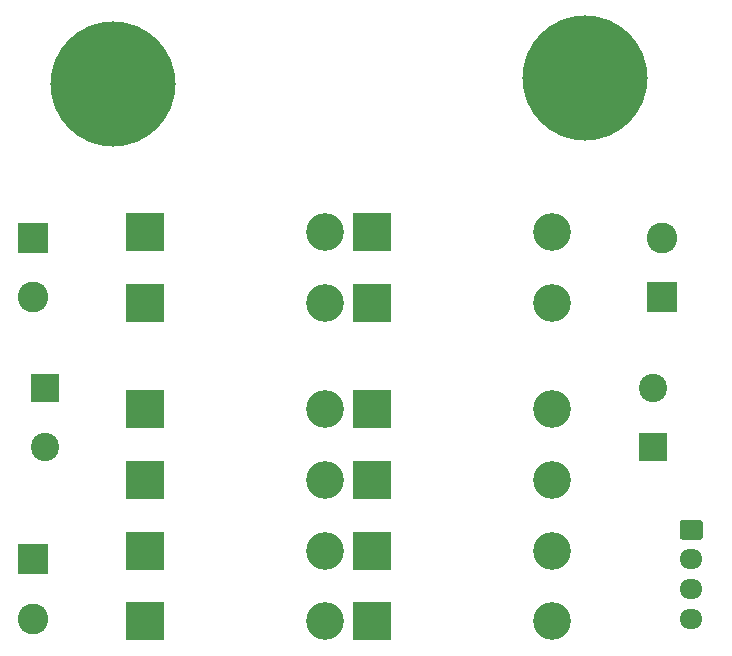
<source format=gbs>
G04 #@! TF.GenerationSoftware,KiCad,Pcbnew,5.1.10*
G04 #@! TF.CreationDate,2021-05-19T15:46:58-05:00*
G04 #@! TF.ProjectId,Rectifier,52656374-6966-4696-9572-2e6b69636164,rev?*
G04 #@! TF.SameCoordinates,Original*
G04 #@! TF.FileFunction,Soldermask,Bot*
G04 #@! TF.FilePolarity,Negative*
%FSLAX46Y46*%
G04 Gerber Fmt 4.6, Leading zero omitted, Abs format (unit mm)*
G04 Created by KiCad (PCBNEW 5.1.10) date 2021-05-19 15:46:58*
%MOMM*%
%LPD*%
G01*
G04 APERTURE LIST*
%ADD10C,2.400000*%
%ADD11R,2.400000X2.400000*%
%ADD12C,0.900000*%
%ADD13C,10.600000*%
%ADD14C,2.600000*%
%ADD15R,2.600000X2.600000*%
%ADD16O,1.950000X1.700000*%
%ADD17O,3.200000X3.200000*%
%ADD18R,3.200000X3.200000*%
G04 APERTURE END LIST*
D10*
X178750000Y-64750000D03*
D11*
X178750000Y-69750000D03*
D10*
X127250000Y-69750000D03*
D11*
X127250000Y-64750000D03*
D12*
X175810749Y-35689251D03*
X173000000Y-34525000D03*
X170189251Y-35689251D03*
X169025000Y-38500000D03*
X170189251Y-41310749D03*
X173000000Y-42475000D03*
X175810749Y-41310749D03*
X176975000Y-38500000D03*
D13*
X173000000Y-38500000D03*
D12*
X135810749Y-36189251D03*
X133000000Y-35025000D03*
X130189251Y-36189251D03*
X129025000Y-39000000D03*
X130189251Y-41810749D03*
X133000000Y-42975000D03*
X135810749Y-41810749D03*
X136975000Y-39000000D03*
D13*
X133000000Y-39000000D03*
D14*
X126250000Y-57000000D03*
D15*
X126250000Y-52000000D03*
D14*
X126250000Y-84250000D03*
D15*
X126250000Y-79250000D03*
D14*
X179500000Y-52000000D03*
D15*
X179500000Y-57000000D03*
D16*
X182000000Y-84250000D03*
X182000000Y-81750000D03*
X182000000Y-79250000D03*
G36*
G01*
X181275000Y-75900000D02*
X182725000Y-75900000D01*
G75*
G02*
X182975000Y-76150000I0J-250000D01*
G01*
X182975000Y-77350000D01*
G75*
G02*
X182725000Y-77600000I-250000J0D01*
G01*
X181275000Y-77600000D01*
G75*
G02*
X181025000Y-77350000I0J250000D01*
G01*
X181025000Y-76150000D01*
G75*
G02*
X181275000Y-75900000I250000J0D01*
G01*
G37*
D17*
X150990000Y-57500000D03*
D18*
X135750000Y-57500000D03*
D17*
X150990000Y-78500000D03*
D18*
X135750000Y-78500000D03*
D17*
X150990000Y-66500000D03*
D18*
X135750000Y-66500000D03*
D17*
X150990000Y-51500000D03*
D18*
X135750000Y-51500000D03*
D17*
X170240000Y-57500000D03*
D18*
X155000000Y-57500000D03*
D17*
X150990000Y-84500000D03*
D18*
X135750000Y-84500000D03*
D17*
X170240000Y-78500000D03*
D18*
X155000000Y-78500000D03*
D17*
X150990000Y-72500000D03*
D18*
X135750000Y-72500000D03*
D17*
X170240000Y-66500000D03*
D18*
X155000000Y-66500000D03*
D17*
X170240000Y-51500000D03*
D18*
X155000000Y-51500000D03*
D17*
X170240000Y-84500000D03*
D18*
X155000000Y-84500000D03*
D17*
X170240000Y-72500000D03*
D18*
X155000000Y-72500000D03*
M02*

</source>
